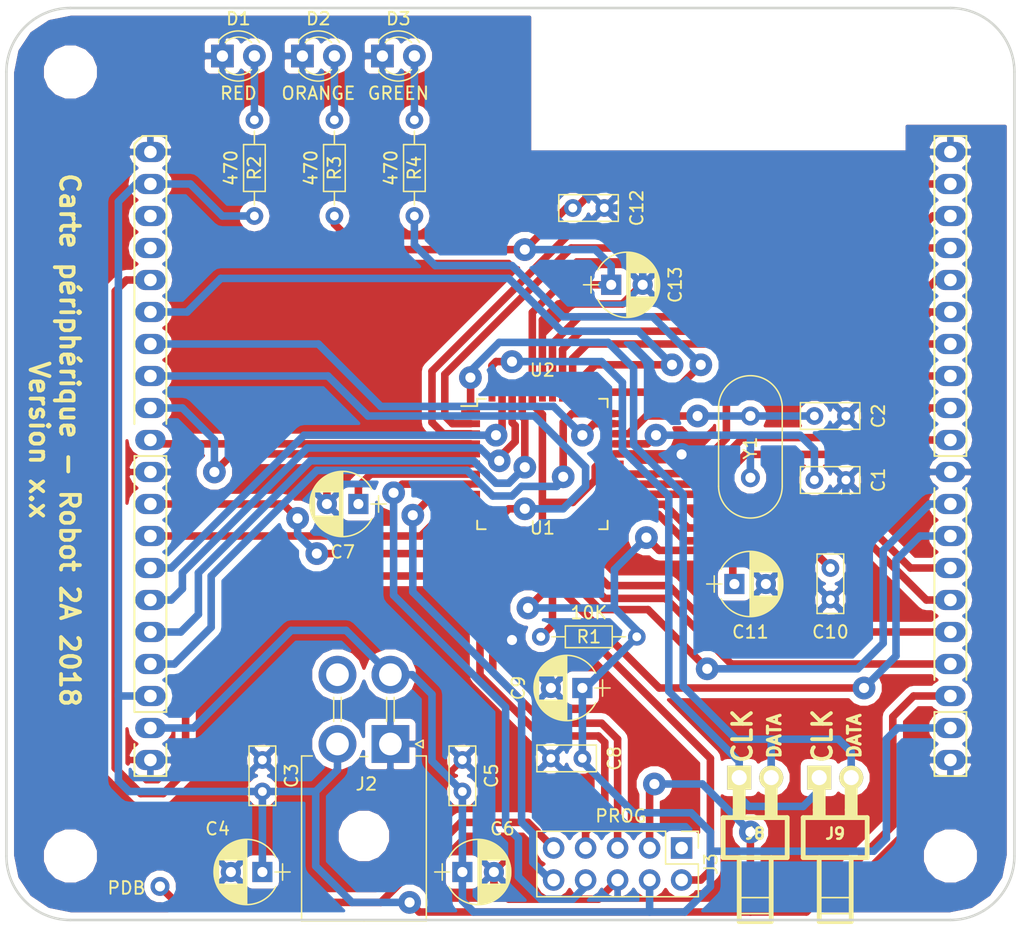
<source format=kicad_pcb>
(kicad_pcb (version 4) (host pcbnew 4.0.7)
  (title_block (title "Carte standard périphériques - Robot 2A année 2018") (rev vx.x) (company "Centrale Lyon") (comment 1 "Contcter G. CHARREAUX (chxguillaume@gmail.com)"))
  (layers (0 F.Cu signal) (31 B.Cu signal) (34 B.Paste user) (35 F.Paste user) (36 B.SilkS user) (37 F.SilkS user) (38 B.Mask user) (39 F.Mask user) (44 Edge.Cuts user))
  (net 0 "")
  (net 1 "Net-(C1-Pad1)")
  (net 2 GND)
  (net 3 "Net-(C2-Pad1)")
  (net 4 +5V)
  (net 5 +3V3)
  (net 6 "Net-(C7-Pad1)")
  (net 7 "Net-(D1-Pad2)")
  (net 8 "Net-(D2-Pad2)")
  (net 9 "Net-(D3-Pad2)")
  (net 10 /PDB)
  (net 11 /Mclr)
  (net 12 /DEBUG_TX)
  (net 13 /DEBUG_RX)
  (net 14 /PDT)
  (net 15 /PCK)
  (net 16 /I2C_CLK1)
  (net 17 /I2C_DATA1)
  (net 18 /RA4)
  (net 19 /RB6)
  (net 20 /RA0)
  (net 21 /RB7)
  (net 22 /RA1)
  (net 23 /RB12)
  (net 24 /RB13)
  (net 25 /RB4)
  (net 26 /RB5)
  (net 27 /RA7)
  (net 28 /RA8)
  (net 29 /RA9)
  (net 30 /RA10)
  (net 31 /RC0)
  (net 32 /RC1)
  (net 33 /RC2)
  (net 34 /RC3)
  (net 35 /RC4)
  (net 36 /RC5)
  (net 37 /RC6)
  (net 38 /RC7)
  (net 39 /RC8)
  (net 40 /RC9)
  (net 41 /RB1)
  (net 42 /RB0)
  (net 43 /RB2)
  (net 44 /RB3)
  (module Housings_QFP:TQFP-44_10x10mm_Pitch0.8mm (layer F.Cu) (at 78.105 59.69)
    (fp_text reference U2 (at 0 -7.45) (layer F.SilkS))
    (fp_text value PIC24FJ128GA104)
    (pad 1 smd rect (at -5.7 -4) (size 1.5 0.55) (layers F.Cu F.Paste F.Mask) (net 17 /I2C_DATA1))
    (pad 2 smd rect (at -5.7 -3.2) (size 1.5 0.55) (layers F.Cu F.Paste F.Mask) (net 37 /RC6))
    (pad 3 smd rect (at -5.7 -2.4) (size 1.5 0.55) (layers F.Cu F.Paste F.Mask) (net 38 /RC7))
    (pad 4 smd rect (at -5.7 -1.6) (size 1.5 0.55) (layers F.Cu F.Paste F.Mask) (net 39 /RC8))
    (pad 5 smd rect (at -5.7 -0.8) (size 1.5 0.55) (layers F.Cu F.Paste F.Mask) (net 40 /RC9))
    (pad 6 smd rect (at -5.7 0) (size 1.5 0.55) (layers F.Cu F.Paste F.Mask) (net 2 GND))
    (pad 7 smd rect (at -5.7 0.8) (size 1.5 0.55) (layers F.Cu F.Paste F.Mask) (net 6 "Net-(C7-Pad1)"))
    (pad 8 smd rect (at -5.7 1.6) (size 1.5 0.55) (layers F.Cu F.Paste F.Mask) (net 14 /PDT))
    (pad 9 smd rect (at -5.7 2.4) (size 1.5 0.55) (layers F.Cu F.Paste F.Mask) (net 15 /PCK))
    (pad 10 smd rect (at -5.7 3.2) (size 1.5 0.55) (layers F.Cu F.Paste F.Mask) (net 23 /RB12))
    (pad 11 smd rect (at -5.7 4) (size 1.5 0.55) (layers F.Cu F.Paste F.Mask) (net 24 /RB13))
    (pad 12 smd rect (at -4 5.7 90) (size 1.5 0.55) (layers F.Cu F.Paste F.Mask) (net 30 /RA10))
    (pad 13 smd rect (at -3.2 5.7 90) (size 1.5 0.55) (layers F.Cu F.Paste F.Mask) (net 27 /RA7))
    (pad 14 smd rect (at -2.4 5.7 90) (size 1.5 0.55) (layers F.Cu F.Paste F.Mask) (net 13 /DEBUG_RX))
    (pad 15 smd rect (at -1.6 5.7 90) (size 1.5 0.55) (layers F.Cu F.Paste F.Mask) (net 12 /DEBUG_TX))
    (pad 16 smd rect (at -0.8 5.7 90) (size 1.5 0.55) (layers F.Cu F.Paste F.Mask) (net 2 GND))
    (pad 17 smd rect (at 0 5.7 90) (size 1.5 0.55) (layers F.Cu F.Paste F.Mask) (net 5 +3V3))
    (pad 18 smd rect (at 0.8 5.7 90) (size 1.5 0.55) (layers F.Cu F.Paste F.Mask) (net 11 /Mclr))
    (pad 19 smd rect (at 1.6 5.7 90) (size 1.5 0.55) (layers F.Cu F.Paste F.Mask) (net 20 /RA0))
    (pad 20 smd rect (at 2.4 5.7 90) (size 1.5 0.55) (layers F.Cu F.Paste F.Mask) (net 22 /RA1))
    (pad 21 smd rect (at 3.2 5.7 90) (size 1.5 0.55) (layers F.Cu F.Paste F.Mask) (net 42 /RB0))
    (pad 22 smd rect (at 4 5.7 90) (size 1.5 0.55) (layers F.Cu F.Paste F.Mask) (net 41 /RB1))
    (pad 23 smd rect (at 5.7 4) (size 1.5 0.55) (layers F.Cu F.Paste F.Mask) (net 43 /RB2))
    (pad 24 smd rect (at 5.7 3.2) (size 1.5 0.55) (layers F.Cu F.Paste F.Mask) (net 44 /RB3))
    (pad 25 smd rect (at 5.7 2.4) (size 1.5 0.55) (layers F.Cu F.Paste F.Mask) (net 31 /RC0))
    (pad 26 smd rect (at 5.7 1.6) (size 1.5 0.55) (layers F.Cu F.Paste F.Mask) (net 32 /RC1))
    (pad 27 smd rect (at 5.7 0.8) (size 1.5 0.55) (layers F.Cu F.Paste F.Mask) (net 33 /RC2))
    (pad 28 smd rect (at 5.7 0) (size 1.5 0.55) (layers F.Cu F.Paste F.Mask) (net 5 +3V3))
    (pad 29 smd rect (at 5.7 -0.8) (size 1.5 0.55) (layers F.Cu F.Paste F.Mask) (net 2 GND))
    (pad 30 smd rect (at 5.7 -1.6) (size 1.5 0.55) (layers F.Cu F.Paste F.Mask) (net 1 "Net-(C1-Pad1)"))
    (pad 31 smd rect (at 5.7 -2.4) (size 1.5 0.55) (layers F.Cu F.Paste F.Mask) (net 3 "Net-(C2-Pad1)"))
    (pad 32 smd rect (at 5.7 -3.2) (size 1.5 0.55) (layers F.Cu F.Paste F.Mask) (net 28 /RA8))
    (pad 33 smd rect (at 5.7 -4) (size 1.5 0.55) (layers F.Cu F.Paste F.Mask) (net 25 /RB4))
    (pad 34 smd rect (at 4 -5.7 90) (size 1.5 0.55) (layers F.Cu F.Paste F.Mask) (net 18 /RA4))
    (pad 35 smd rect (at 3.2 -5.7 90) (size 1.5 0.55) (layers F.Cu F.Paste F.Mask) (net 29 /RA9))
    (pad 36 smd rect (at 2.4 -5.7 90) (size 1.5 0.55) (layers F.Cu F.Paste F.Mask) (net 34 /RC3))
    (pad 37 smd rect (at 1.6 -5.7 90) (size 1.5 0.55) (layers F.Cu F.Paste F.Mask) (net 35 /RC4))
    (pad 38 smd rect (at 0.8 -5.7 90) (size 1.5 0.55) (layers F.Cu F.Paste F.Mask) (net 36 /RC5))
    (pad 39 smd rect (at 0 -5.7 90) (size 1.5 0.55) (layers F.Cu F.Paste F.Mask) (net 2 GND))
    (pad 40 smd rect (at -0.8 -5.7 90) (size 1.5 0.55) (layers F.Cu F.Paste F.Mask) (net 5 +3V3))
    (pad 41 smd rect (at -1.6 -5.7 90) (size 1.5 0.55) (layers F.Cu F.Paste F.Mask) (net 26 /RB5))
    (pad 42 smd rect (at -2.4 -5.7 90) (size 1.5 0.55) (layers F.Cu F.Paste F.Mask) (net 19 /RB6))
    (pad 43 smd rect (at -3.2 -5.7 90) (size 1.5 0.55) (layers F.Cu F.Paste F.Mask) (net 21 /RB7))
    (pad 44 smd rect (at -4 -5.7 90) (size 1.5 0.55) (layers F.Cu F.Paste F.Mask) (net 16 /I2C_CLK1))
  )
  (module LEDs:LED_D3.0mm (layer F.Cu) (at 52.705 27.305)
    (fp_text reference D1 (at 1.27 -2.96) (layer F.SilkS))
    (fp_text value RED (at 1.27 2.96) (layer F.SilkS))
    (pad 1 thru_hole rect (at 0 0) (size 1.8 1.8) (drill 0.9) (layers *.Cu *.Mask) (net 2 GND))
    (pad 2 thru_hole circle (at 2.54 0) (size 1.8 1.8) (drill 0.9) (layers *.Cu *.Mask) (net 7 "Net-(D1-Pad2)"))
  )
  (module LEDs:LED_D3.0mm (layer F.Cu) (at 59.055 27.305)
    (fp_text reference D2 (at 1.27 -2.96) (layer F.SilkS))
    (fp_text value ORANGE (at 1.27 2.96) (layer F.SilkS))
    (pad 1 thru_hole rect (at 0 0) (size 1.8 1.8) (drill 0.9) (layers *.Cu *.Mask) (net 2 GND))
    (pad 2 thru_hole circle (at 2.54 0) (size 1.8 1.8) (drill 0.9) (layers *.Cu *.Mask) (net 8 "Net-(D2-Pad2)"))
  )
  (module LEDs:LED_D3.0mm (layer F.Cu) (at 65.405 27.305)
    (fp_text reference D3 (at 1.27 -2.96) (layer F.SilkS))
    (fp_text value GREEN (at 1.27 2.96) (layer F.SilkS))
    (pad 1 thru_hole rect (at 0 0) (size 1.8 1.8) (drill 0.9) (layers *.Cu *.Mask) (net 2 GND))
    (pad 2 thru_hole circle (at 2.54 0) (size 1.8 1.8) (drill 0.9) (layers *.Cu *.Mask) (net 9 "Net-(D3-Pad2)"))
  )
  (module Measurement_Points:Measurement_Point_Round-TH_Small (layer F.Cu) (at 47.752 93.218)
    (fp_text reference J1 hide)
    (fp_text value PDB (at -2.667 0.127) (layer F.SilkS))
    (pad 1 thru_hole circle (at 0 0) (size 1.5 1.5) (drill 0.8) (layers *.Cu *.Mask) (net 10 /PDB))
  )
  (module Connectors_Molex:Molex_MiniFit-JR-5569-04A2_2x02x4.20mm_Angled (layer F.Cu) (at 66.04 81.915 180)
    (fp_text reference J2 (at 1.905 -3.175 180) (layer F.SilkS))
    (fp_text value PWR_IN)
    (pad 1 thru_hole rect (at 0 0 180) (size 3 3) (drill 1.8) (layers *.Cu *.Mask) (net 2 GND))
    (pad 2 thru_hole circle (at 4.2 0 180) (size 3 3) (drill 1.8) (layers *.Cu *.Mask) (net 4 +5V))
    (pad 3 thru_hole circle (at 0 5.5 180) (size 3 3) (drill 1.8) (layers *.Cu *.Mask) (net 5 +3V3))
    (pad 4 thru_hole circle (at 4.2 5.5 180) (size 3 3) (drill 1.8) (layers *.Cu *.Mask))
    (pad "" np_thru_hole circle (at 2.1 -7.3 180) (size 3 3) (drill 3) (layers *.Cu *.Mask))
  )
  (module Pin_Headers:Pin_Header_Straight_2x05_Pitch2.54mm (layer F.Cu) (at 89.154 90.17 270)
    (fp_text reference J3 (at 1.27 -2.33 270) (layer F.SilkS))
    (fp_text value PROG (at -2.54 4.826 360) (layer F.SilkS))
    (pad 1 thru_hole rect (at 0 0 270) (size 1.7 1.7) (drill 1) (layers *.Cu *.Mask))
    (pad 2 thru_hole oval (at 2.54 0 270) (size 1.7 1.7) (drill 1) (layers *.Cu *.Mask) (net 11 /Mclr))
    (pad 3 thru_hole oval (at 0 2.54 270) (size 1.7 1.7) (drill 1) (layers *.Cu *.Mask) (net 4 +5V))
    (pad 4 thru_hole oval (at 2.54 2.54 270) (size 1.7 1.7) (drill 1) (layers *.Cu *.Mask) (net 5 +3V3))
    (pad 5 thru_hole oval (at 0 5.08 270) (size 1.7 1.7) (drill 1) (layers *.Cu *.Mask) (net 12 /DEBUG_TX))
    (pad 6 thru_hole oval (at 2.54 5.08 270) (size 1.7 1.7) (drill 1) (layers *.Cu *.Mask) (net 2 GND))
    (pad 7 thru_hole oval (at 0 7.62 270) (size 1.7 1.7) (drill 1) (layers *.Cu *.Mask) (net 13 /DEBUG_RX))
    (pad 8 thru_hole oval (at 2.54 7.62 270) (size 1.7 1.7) (drill 1) (layers *.Cu *.Mask) (net 14 /PDT))
    (pad 9 thru_hole oval (at 0 10.16 270) (size 1.7 1.7) (drill 1) (layers *.Cu *.Mask) (net 10 /PDB))
    (pad 10 thru_hole oval (at 2.54 10.16 270) (size 1.7 1.7) (drill 1) (layers *.Cu *.Mask) (net 15 /PCK))
  )
  (module Resistors_THT:R_Axial_DIN0204_L3.6mm_D1.6mm_P7.62mm_Horizontal (layer F.Cu) (at 77.978 73.406)
    (fp_text reference R1 (at 3.81 0) (layer F.SilkS))
    (fp_text value 10K (at 3.81 -1.905) (layer F.SilkS))
    (pad 1 thru_hole circle (at 0 0) (size 1.4 1.4) (drill 0.7) (layers *.Cu *.Mask) (net 11 /Mclr))
    (pad 2 thru_hole oval (at 7.62 0) (size 1.4 1.4) (drill 0.7) (layers *.Cu *.Mask) (net 5 +3V3))
  )
  (module Resistors_THT:R_Axial_DIN0204_L3.6mm_D1.6mm_P7.62mm_Horizontal (layer F.Cu) (at 55.245 32.385 270)
    (fp_text reference R2 (at 3.81 0 270) (layer F.SilkS))
    (fp_text value 470 (at 3.81 1.86 270) (layer F.SilkS))
    (pad 1 thru_hole circle (at 0 0 270) (size 1.4 1.4) (drill 0.7) (layers *.Cu *.Mask) (net 7 "Net-(D1-Pad2)"))
    (pad 2 thru_hole oval (at 7.62 0 270) (size 1.4 1.4) (drill 0.7) (layers *.Cu *.Mask) (net 4 +5V))
  )
  (module Resistors_THT:R_Axial_DIN0204_L3.6mm_D1.6mm_P7.62mm_Horizontal (layer F.Cu) (at 61.595 32.385 270)
    (fp_text reference R3 (at 3.81 0 270) (layer F.SilkS))
    (fp_text value 470 (at 3.81 1.86 270) (layer F.SilkS))
    (pad 1 thru_hole circle (at 0 0 270) (size 1.4 1.4) (drill 0.7) (layers *.Cu *.Mask) (net 8 "Net-(D2-Pad2)"))
    (pad 2 thru_hole oval (at 7.62 0 270) (size 1.4 1.4) (drill 0.7) (layers *.Cu *.Mask) (net 5 +3V3))
  )
  (module Resistors_THT:R_Axial_DIN0204_L3.6mm_D1.6mm_P7.62mm_Horizontal (layer F.Cu) (at 67.945 32.385 270)
    (fp_text reference R4 (at 3.81 0 270) (layer F.SilkS))
    (fp_text value 470 (at 3.81 1.86 270) (layer F.SilkS))
    (pad 1 thru_hole circle (at 0 0 270) (size 1.4 1.4) (drill 0.7) (layers *.Cu *.Mask) (net 9 "Net-(D3-Pad2)"))
    (pad 2 thru_hole oval (at 7.62 0 270) (size 1.4 1.4) (drill 0.7) (layers *.Cu *.Mask) (net 18 /RA4))
  )
  (module Crystals:Crystal_HC18-U_Vertical (layer F.Cu) (at 94.615 55.88 270)
    (fp_text reference Y1 (at 2.54 0 450) (layer F.SilkS))
    (fp_text value 10MHz)
    (pad 1 thru_hole circle (at 0 0 270) (size 1.5 1.5) (drill 0.8) (layers *.Cu *.Mask) (net 3 "Net-(C2-Pad1)"))
    (pad 2 thru_hole circle (at 4.9 0 270) (size 1.5 1.5) (drill 0.8) (layers *.Cu *.Mask) (net 1 "Net-(C1-Pad1)"))
  )
  (module Capacitors_THT:C_Rect_L4.6mm_W2.0mm_P2.50mm_MKS02_FKP02 (layer F.Cu) (at 99.695 60.96)
    (fp_text reference C1 (at 5.08 0 90) (layer F.SilkS))
    (fp_text value 17p)
    (pad 1 thru_hole circle (at 0 0) (size 1.4 1.4) (drill 0.7) (layers *.Cu *.Mask) (net 1 "Net-(C1-Pad1)"))
    (pad 2 thru_hole circle (at 2.5 0) (size 1.4 1.4) (drill 0.7) (layers *.Cu *.Mask) (net 2 GND))
  )
  (module Capacitors_THT:C_Rect_L4.6mm_W2.0mm_P2.50mm_MKS02_FKP02 (layer F.Cu) (at 99.695 55.88)
    (fp_text reference C2 (at 5.08 0 90) (layer F.SilkS))
    (fp_text value 17p)
    (pad 1 thru_hole circle (at 0 0) (size 1.4 1.4) (drill 0.7) (layers *.Cu *.Mask) (net 3 "Net-(C2-Pad1)"))
    (pad 2 thru_hole circle (at 2.5 0) (size 1.4 1.4) (drill 0.7) (layers *.Cu *.Mask) (net 2 GND))
  )
  (module Capacitors_THT:C_Rect_L4.6mm_W2.0mm_P2.50mm_MKS02_FKP02 (layer F.Cu) (at 55.88 83.185 270)
    (fp_text reference C3 (at 1.25 -2.31 270) (layer F.SilkS))
    (fp_text value 100n)
    (pad 1 thru_hole circle (at 0 0 270) (size 1.4 1.4) (drill 0.7) (layers *.Cu *.Mask) (net 2 GND))
    (pad 2 thru_hole circle (at 2.5 0 270) (size 1.4 1.4) (drill 0.7) (layers *.Cu *.Mask) (net 4 +5V))
  )
  (module Capacitors_THT:CP_Radial_D5.0mm_P2.50mm (layer F.Cu) (at 55.88 92.075 180)
    (fp_text reference C4 (at 3.556 3.429 180) (layer F.SilkS))
    (fp_text value 100u)
    (pad 1 thru_hole rect (at 0 0 180) (size 1.6 1.6) (drill 0.8) (layers *.Cu *.Mask) (net 4 +5V))
    (pad 2 thru_hole circle (at 2.5 0 180) (size 1.6 1.6) (drill 0.8) (layers *.Cu *.Mask) (net 2 GND))
  )
  (module Capacitors_THT:C_Rect_L4.6mm_W2.0mm_P2.50mm_MKS02_FKP02 (layer F.Cu) (at 71.755 83.185 270)
    (fp_text reference C5 (at 1.25 -2.31 270) (layer F.SilkS))
    (fp_text value 100n)
    (pad 1 thru_hole circle (at 0 0 270) (size 1.4 1.4) (drill 0.7) (layers *.Cu *.Mask) (net 2 GND))
    (pad 2 thru_hole circle (at 2.5 0 270) (size 1.4 1.4) (drill 0.7) (layers *.Cu *.Mask) (net 5 +3V3))
  )
  (module Capacitors_THT:CP_Radial_D5.0mm_P2.50mm (layer F.Cu) (at 71.755 92.075)
    (fp_text reference C6 (at 3.175 -3.429) (layer F.SilkS))
    (fp_text value 100u)
    (pad 1 thru_hole rect (at 0 0) (size 1.6 1.6) (drill 0.8) (layers *.Cu *.Mask) (net 5 +3V3))
    (pad 2 thru_hole circle (at 2.5 0) (size 1.6 1.6) (drill 0.8) (layers *.Cu *.Mask) (net 2 GND))
  )
  (module Capacitors_THT:CP_Radial_D5.0mm_P2.50mm (layer F.Cu) (at 63.5 62.865 180)
    (fp_text reference C7 (at 1.25 -3.81 180) (layer F.SilkS))
    (fp_text value 10u)
    (pad 1 thru_hole rect (at 0 0 180) (size 1.6 1.6) (drill 0.8) (layers *.Cu *.Mask) (net 6 "Net-(C7-Pad1)"))
    (pad 2 thru_hole circle (at 2.5 0 180) (size 1.6 1.6) (drill 0.8) (layers *.Cu *.Mask) (net 2 GND))
  )
  (module Capacitors_THT:C_Rect_L4.6mm_W2.0mm_P2.50mm_MKS02_FKP02 (layer F.Cu) (at 81.28 83.058 180)
    (fp_text reference C8 (at -2.54 0 270) (layer F.SilkS))
    (fp_text value 100n)
    (pad 1 thru_hole circle (at 0 0 180) (size 1.4 1.4) (drill 0.7) (layers *.Cu *.Mask) (net 5 +3V3))
    (pad 2 thru_hole circle (at 2.5 0 180) (size 1.4 1.4) (drill 0.7) (layers *.Cu *.Mask) (net 2 GND))
  )
  (module Capacitors_THT:CP_Radial_D5.0mm_P2.50mm (layer F.Cu) (at 81.28 77.47 180)
    (fp_text reference C9 (at 5.08 0 270) (layer F.SilkS))
    (fp_text value 1u)
    (pad 1 thru_hole rect (at 0 0 180) (size 1.6 1.6) (drill 0.8) (layers *.Cu *.Mask) (net 5 +3V3))
    (pad 2 thru_hole circle (at 2.5 0 180) (size 1.6 1.6) (drill 0.8) (layers *.Cu *.Mask) (net 2 GND))
  )
  (module Capacitors_THT:C_Rect_L4.6mm_W2.0mm_P2.50mm_MKS02_FKP02 (layer F.Cu) (at 100.965 67.945 270)
    (fp_text reference C10 (at 5.08 0 360) (layer F.SilkS))
    (fp_text value 100n)
    (pad 1 thru_hole circle (at 0 0 270) (size 1.4 1.4) (drill 0.7) (layers *.Cu *.Mask) (net 5 +3V3))
    (pad 2 thru_hole circle (at 2.5 0 270) (size 1.4 1.4) (drill 0.7) (layers *.Cu *.Mask) (net 2 GND))
  )
  (module Capacitors_THT:CP_Radial_D5.0mm_P2.50mm (layer F.Cu) (at 93.345 69.215)
    (fp_text reference C11 (at 1.27 3.81 180) (layer F.SilkS))
    (fp_text value 1u)
    (pad 1 thru_hole rect (at 0 0) (size 1.6 1.6) (drill 0.8) (layers *.Cu *.Mask) (net 5 +3V3))
    (pad 2 thru_hole circle (at 2.5 0) (size 1.6 1.6) (drill 0.8) (layers *.Cu *.Mask) (net 2 GND))
  )
  (module Capacitors_THT:C_Rect_L4.6mm_W2.0mm_P2.50mm_MKS02_FKP02 (layer F.Cu) (at 80.518 39.37)
    (fp_text reference C12 (at 5.08 0 90) (layer F.SilkS))
    (fp_text value 100n)
    (pad 1 thru_hole circle (at 0 0) (size 1.4 1.4) (drill 0.7) (layers *.Cu *.Mask) (net 5 +3V3))
    (pad 2 thru_hole circle (at 2.5 0) (size 1.4 1.4) (drill 0.7) (layers *.Cu *.Mask) (net 2 GND))
  )
  (module Capacitors_THT:CP_Radial_D5.0mm_P2.50mm (layer F.Cu) (at 83.566 45.466)
    (fp_text reference C13 (at 5.08 0 90) (layer F.SilkS))
    (fp_text value 1u)
    (pad 1 thru_hole rect (at 0 0) (size 1.6 1.6) (drill 0.8) (layers *.Cu *.Mask) (net 5 +3V3))
    (pad 2 thru_hole circle (at 2.5 0) (size 1.6 1.6) (drill 0.8) (layers *.Cu *.Mask) (net 2 GND))
  )
  (module conn_periph:conn_periph (layer F.Cu) (at 46.99 83.185)
    (fp_text reference U1 (at 31.115 -18.415 180) (layer F.SilkS))
    (fp_text value Conn_periph)
    (pad "" np_thru_hole circle (at -6.35 -54.61) (size 3.2 3.2) (drill 3.2) (layers *.Cu *.Mask))
    (pad "" np_thru_hole circle (at -6.35 7.62) (size 3.2 3.2) (drill 3.2) (layers *.Cu *.Mask))
    (pad "" np_thru_hole circle (at 63.5 7.62) (size 3.2 3.2) (drill 3.2) (layers *.Cu *.Mask))
    (pad B1 thru_hole oval (at 63.5 -10.16) (size 2.4 1.6) (drill 1) (layers *.Cu *.Mask) (net 41 /RB1))
    (pad B0 thru_hole oval (at 63.5 -7.62) (size 2.4 1.6) (drill 1) (layers *.Cu *.Mask) (net 42 /RB0))
    (pad V51 thru_hole oval (at 63.5 -5.08) (size 2.4 1.6) (drill 1) (layers *.Cu *.Mask) (net 4 +5V))
    (pad V31 thru_hole oval (at 63.5 -2.54) (size 2.4 1.6) (drill 1) (layers *.Cu *.Mask) (net 5 +3V3))
    (pad G1 thru_hole oval (at 63.5 0) (size 2.4 1.6) (drill 1) (layers *.Cu *.Mask) (net 2 GND))
    (pad B2 thru_hole oval (at 63.5 -12.7) (size 2.4 1.6) (drill 1) (layers *.Cu *.Mask) (net 43 /RB2))
    (pad B3 thru_hole oval (at 63.5 -15.24) (size 2.4 1.6) (drill 1) (layers *.Cu *.Mask) (net 44 /RB3))
    (pad A0 thru_hole oval (at 63.5 -17.78) (size 2.4 1.6) (drill 1) (layers *.Cu *.Mask) (net 20 /RA0))
    (pad A1 thru_hole oval (at 63.5 -20.32) (size 2.4 1.6) (drill 1) (layers *.Cu *.Mask) (net 22 /RA1))
    (pad G2 thru_hole oval (at 63.5 -22.86) (size 2.4 1.6) (drill 1) (layers *.Cu *.Mask) (net 2 GND))
    (pad G3 thru_hole oval (at 63.5 -48.26) (size 2.4 1.6) (drill 1) (layers *.Cu *.Mask) (net 2 GND))
    (pad V32 thru_hole oval (at 63.5 -45.72) (size 2.4 1.6) (drill 1) (layers *.Cu *.Mask) (net 5 +3V3))
    (pad C7 thru_hole oval (at 63.5 -43.18) (size 2.4 1.6) (drill 1) (layers *.Cu *.Mask) (net 38 /RC7))
    (pad C6 thru_hole oval (at 63.5 -40.64) (size 2.4 1.6) (drill 1) (layers *.Cu *.Mask) (net 37 /RC6))
    (pad C5 thru_hole oval (at 63.5 -38.1) (size 2.4 1.6) (drill 1) (layers *.Cu *.Mask) (net 36 /RC5))
    (pad C0 thru_hole oval (at 63.5 -25.4) (size 2.4 1.6) (drill 1) (layers *.Cu *.Mask) (net 31 /RC0))
    (pad C1 thru_hole oval (at 63.5 -27.94) (size 2.4 1.6) (drill 1) (layers *.Cu *.Mask) (net 32 /RC1))
    (pad C2 thru_hole oval (at 63.5 -30.48) (size 2.4 1.6) (drill 1) (layers *.Cu *.Mask) (net 33 /RC2))
    (pad C3 thru_hole oval (at 63.5 -33.02) (size 2.4 1.6) (drill 1) (layers *.Cu *.Mask) (net 34 /RC3))
    (pad C4 thru_hole oval (at 63.5 -35.56) (size 2.4 1.6) (drill 1) (layers *.Cu *.Mask) (net 35 /RC4))
    (pad A9 thru_hole oval (at 0 -35.56) (size 2.4 1.6) (drill 1) (layers *.Cu *.Mask) (net 29 /RA9))
    (pad A8 thru_hole oval (at 0 -33.02) (size 2.4 1.6) (drill 1) (layers *.Cu *.Mask) (net 28 /RA8))
    (pad A7 thru_hole oval (at 0 -30.48) (size 2.4 1.6) (drill 1) (layers *.Cu *.Mask) (net 27 /RA7))
    (pad C9 thru_hole oval (at 0 -27.94) (size 2.4 1.6) (drill 1) (layers *.Cu *.Mask) (net 40 /RC9))
    (pad C8 thru_hole oval (at 0 -25.4) (size 2.4 1.6) (drill 1) (layers *.Cu *.Mask) (net 39 /RC8))
    (pad A10 thru_hole oval (at 0 -38.1) (size 2.4 1.6) (drill 1) (layers *.Cu *.Mask) (net 30 /RA10))
    (pad V34 thru_hole oval (at 0 -40.64) (size 2.4 1.6) (drill 1) (layers *.Cu *.Mask))
    (pad L1 thru_hole oval (at 0 -43.18) (size 2.4 1.6) (drill 1) (layers *.Cu *.Mask))
    (pad V53 thru_hole oval (at 0 -45.72) (size 2.4 1.6) (drill 1) (layers *.Cu *.Mask) (net 4 +5V))
    (pad G6 thru_hole oval (at 0 -48.26) (size 2.4 1.6) (drill 1) (layers *.Cu *.Mask) (net 2 GND))
    (pad G5 thru_hole oval (at 0 -22.86) (size 2.4 1.6) (drill 1) (layers *.Cu *.Mask) (net 2 GND))
    (pad B13 thru_hole oval (at 0 -20.32) (size 2.4 1.6) (drill 1) (layers *.Cu *.Mask) (net 24 /RB13))
    (pad B12 thru_hole oval (at 0 -17.78) (size 2.4 1.6) (drill 1) (layers *.Cu *.Mask) (net 23 /RB12))
    (pad B7 thru_hole oval (at 0 -15.24) (size 2.4 1.6) (drill 1) (layers *.Cu *.Mask) (net 21 /RB7))
    (pad B6 thru_hole oval (at 0 -12.7) (size 2.4 1.6) (drill 1) (layers *.Cu *.Mask) (net 19 /RB6))
    (pad G4 thru_hole oval (at 0 0) (size 2.4 1.6) (drill 1) (layers *.Cu *.Mask) (net 2 GND))
    (pad V33 thru_hole oval (at 0 -2.54) (size 2.4 1.6) (drill 1) (layers *.Cu *.Mask) (net 5 +3V3))
    (pad V52 thru_hole oval (at 0 -5.08) (size 2.4 1.6) (drill 1) (layers *.Cu *.Mask) (net 4 +5V))
    (pad B4 thru_hole oval (at 0 -7.62) (size 2.4 1.6) (drill 1) (layers *.Cu *.Mask) (net 25 /RB4))
    (pad B5 thru_hole oval (at 0 -10.16) (size 2.4 1.6) (drill 1) (layers *.Cu *.Mask) (net 26 /RB5))
    (pad "" np_thru_hole circle (at 63.5 -54.61) (size 3.2 3.2) (drill 3.2) (layers *.Cu *.Mask))
  )
  (module EPSA_KK2C:KK_2C (layer F.Cu) (at 94.996 84.582)
    (fp_text reference J8 (at 0 4.445) (layer F.SilkS) (effects (font (size 0.889 0.889) (thickness 0.2032))))
    (fp_text value I2C hide)
    (pad 1 thru_hole rect (at -1.27 0) (size 1.905 1.905) (drill 1.2) (layers *.Cu *.Mask F.SilkS) (net 16 /I2C_CLK1))
    (pad 2 thru_hole circle (at 1.27 0) (size 1.905 1.905) (drill 1.2) (layers *.Cu *.Mask F.SilkS) (net 17 /I2C_DATA1))
  )
  (module EPSA_KK2C:KK_2C (layer F.Cu) (at 101.346 84.582)
    (fp_text reference J9 (at 0 4.445) (layer F.SilkS) (effects (font (size 0.889 0.889) (thickness 0.2032))))
    (fp_text value I2C hide)
    (pad 1 thru_hole rect (at -1.27 0) (size 1.905 1.905) (drill 1.2) (layers *.Cu *.Mask F.SilkS) (net 16 /I2C_CLK1))
    (pad 2 thru_hole circle (at 1.27 0) (size 1.905 1.905) (drill 1.2) (layers *.Cu *.Mask F.SilkS) (net 17 /I2C_DATA1))
  )
  (gr_text DATA (at 96.52 81.28 90) (layer F.SilkS) (effects (font (size 1 1) (thickness 0.25))))
  (gr_text DATA (at 102.87 81.28 90) (layer F.SilkS) (effects (font (size 1 1) (thickness 0.25))))
  (gr_text CLK (at 100.33 81.28 90) (layer F.SilkS) (effects (font (size 1.5 1.5) (thickness 0.3))))
  (gr_text CLK (at 93.98 81.28 90) (layer F.SilkS) (effects (font (size 1.5 1.5) (thickness 0.3))))
  (gr_line (start 40.64 23.495) (end 110.49 23.495) (angle 90) (layer Edge.Cuts) (width 0.2))
  (gr_line (start 35.56 90.805) (end 35.56 28.575) (angle 90) (layer Edge.Cuts) (width 0.2))
  (gr_line (start 40.64 95.885) (end 110.49 95.885) (angle 90) (layer Edge.Cuts) (width 0.2))
  (gr_line (start 115.57 28.575) (end 115.57 90.805) (angle 90) (layer Edge.Cuts) (width 0.2))
  (gr_arc (start 110.49 90.805) (end 115.57 90.805) (angle 90) (layer Edge.Cuts) (width 0.2))
  (gr_arc (start 40.64 90.805) (end 40.64 95.885) (angle 90) (layer Edge.Cuts) (width 0.2))
  (gr_arc (start 40.64 28.575) (end 35.56 28.575) (angle 90) (layer Edge.Cuts) (width 0.2))
  (gr_arc (start 110.49 28.575) (end 110.49 23.495) (angle 90) (layer Edge.Cuts) (width 0.2))
  (gr_text "Carte périphérique - Robot 2A 2018\nVersion x.x" (at 39.37 57.785 270) (layer F.SilkS) (effects (font (size 1.5 1.5) (thickness 0.3))))
  (segment (start 94.615 60.78) (end 94.615 57.404) (width 0.6) (layer B.Cu) (net 1))
  (segment (start 94.742 57.531) (end 94.742 57.404) (width 0.6) (layer B.Cu) (net 1))
  (segment (start 94.615 57.404) (end 94.742 57.531) (width 0.6) (layer B.Cu) (net 1))
  (segment (start 94.742 57.404) (end 98.552 57.404) (width 0.6) (layer B.Cu) (net 1))
  (segment (start 98.552 57.404) (end 99.695 58.547) (width 0.6) (layer B.Cu) (net 1))
  (segment (start 99.695 58.547) (end 99.695 60.96) (width 0.6) (layer B.Cu) (net 1))
  (segment (start 83.805 58.09) (end 86.436 58.09) (width 0.6) (layer F.Cu) (net 1))
  (segment (start 87.122 57.404) (end 94.742 57.404) (width 0.6) (layer B.Cu) (net 1))
  (via (at 87.122 57.404) (size 1.8) (drill 0.8) (layers F.Cu B.Cu) (net 1))
  (segment (start 86.436 58.09) (end 87.122 57.404) (width 0.6) (layer F.Cu) (net 1))
  (segment (start 99.515 60.78) (end 99.695 60.96) (width 0.6) (layer B.Cu) (net 1))
  (segment (start 86.066 45.466) (end 85.979 45.466) (width 0.6) (layer F.Cu) (net 2))
  (segment (start 85.979 45.466) (end 84.455 46.99) (width 0.6) (layer F.Cu) (net 2))
  (segment (start 78.105 53.99) (end 78.105 48.26) (width 0.6) (layer F.Cu) (net 2))
  (segment (start 79.375 46.99) (end 78.105 48.26) (width 0.6) (layer F.Cu) (net 2))
  (segment (start 84.455 46.99) (end 79.375 46.99) (width 0.6) (layer F.Cu) (net 2))
  (segment (start 102.195 60.96) (end 102.195 62.397) (width 0.6) (layer B.Cu) (net 2))
  (segment (start 101.854 62.738) (end 92.964 62.738) (width 0.6) (layer B.Cu) (net 2))
  (segment (start 102.195 62.397) (end 101.854 62.738) (width 0.6) (layer B.Cu) (net 2))
  (segment (start 83.018 39.37) (end 84.582 39.37) (width 0.6) (layer B.Cu) (net 2))
  (segment (start 86.066 40.854) (end 86.066 45.466) (width 0.6) (layer B.Cu) (net 2))
  (segment (start 84.582 39.37) (end 86.066 40.854) (width 0.6) (layer B.Cu) (net 2))
  (segment (start 83.805 58.89) (end 89.116 58.89) (width 0.6) (layer F.Cu) (net 2))
  (segment (start 89.116 58.89) (end 89.154 58.928) (width 0.6) (layer F.Cu) (net 2))
  (via (at 89.154 58.928) (size 1.8) (drill 0.8) (layers F.Cu B.Cu) (net 2))
  (segment (start 89.154 58.928) (end 92.964 62.738) (width 0.6) (layer B.Cu) (net 2))
  (segment (start 72.405 59.69) (end 62.23 59.69) (width 0.6) (layer F.Cu) (net 2))
  (segment (start 61 60.92) (end 61 62.865) (width 0.6) (layer F.Cu) (net 2))
  (segment (start 62.23 59.69) (end 61 60.92) (width 0.6) (layer F.Cu) (net 2))
  (segment (start 74.255 92.075) (end 74.255 93.051) (width 0.6) (layer F.Cu) (net 2))
  (segment (start 82.55 94.234) (end 84.074 92.71) (width 0.6) (layer F.Cu) (net 2))
  (segment (start 75.438 94.234) (end 82.55 94.234) (width 0.6) (layer F.Cu) (net 2))
  (segment (start 74.255 93.051) (end 75.438 94.234) (width 0.6) (layer F.Cu) (net 2))
  (segment (start 78.78 76.748) (end 78.78 77.47) (width 0.6) (layer B.Cu) (net 2))
  (segment (start 77.305 65.39) (end 77.305 68.237) (width 0.6) (layer F.Cu) (net 2))
  (segment (start 75.692 73.66) (end 75.692 73.152) (width 0.6) (layer F.Cu) (net 2))
  (segment (start 75.692 73.152) (end 75.184 72.644) (width 0.6) (layer F.Cu) (net 2))
  (segment (start 75.692 73.66) (end 78.78 76.748) (width 0.6) (layer B.Cu) (net 2))
  (via (at 75.692 73.66) (size 1.8) (drill 0.8) (layers F.Cu B.Cu) (net 2))
  (segment (start 75.184 70.358) (end 77.305 68.237) (width 0.6) (layer F.Cu) (net 2))
  (segment (start 75.184 72.644) (end 75.184 70.358) (width 0.6) (layer F.Cu) (net 2))
  (segment (start 83.805 57.29) (end 84.95 57.29) (width 0.6) (layer F.Cu) (net 3))
  (segment (start 86.36 55.88) (end 90.424 55.88) (width 0.6) (layer F.Cu) (net 3))
  (segment (start 84.95 57.29) (end 86.36 55.88) (width 0.6) (layer F.Cu) (net 3))
  (segment (start 90.424 55.88) (end 94.615 55.88) (width 0.6) (layer B.Cu) (net 3))
  (via (at 90.424 55.88) (size 1.8) (drill 0.8) (layers F.Cu B.Cu) (net 3))
  (segment (start 94.615 55.88) (end 99.695 55.88) (width 0.6) (layer B.Cu) (net 3))
  (segment (start 94.615 95.25) (end 94.615 88.9) (width 0.6) (layer F.Cu) (net 4))
  (segment (start 86.614 85.471) (end 86.614 90.17) (width 0.6) (layer F.Cu) (net 4))
  (segment (start 86.995 85.09) (end 86.614 85.471) (width 0.6) (layer F.Cu) (net 4))
  (via (at 86.995 85.09) (size 1.8) (drill 0.8) (layers F.Cu B.Cu) (net 4))
  (segment (start 90.805 85.09) (end 86.995 85.09) (width 0.6) (layer B.Cu) (net 4))
  (segment (start 94.615 88.9) (end 90.805 85.09) (width 0.6) (layer B.Cu) (net 4))
  (via (at 94.615 88.9) (size 1.8) (drill 0.8) (layers F.Cu B.Cu) (net 4))
  (segment (start 46.99 78.105) (end 44.45 78.105) (width 0.6) (layer B.Cu) (net 4))
  (segment (start 44.45 78.105) (end 44.45 77.978) (width 0.6) (layer B.Cu) (net 4))
  (segment (start 44.45 84.836) (end 44.45 77.978) (width 0.6) (layer B.Cu) (net 4))
  (segment (start 44.45 77.978) (end 44.45 38.862) (width 0.6) (layer B.Cu) (net 4))
  (segment (start 44.45 38.862) (end 45.847 37.465) (width 0.6) (layer B.Cu) (net 4))
  (segment (start 45.847 37.465) (end 46.99 37.465) (width 0.6) (layer B.Cu) (net 4))
  (segment (start 68.326 95.25) (end 94.615 95.25) (width 0.6) (layer F.Cu) (net 4))
  (segment (start 94.615 95.25) (end 99.06 95.25) (width 0.6) (layer F.Cu) (net 4))
  (segment (start 60.111 91.607) (end 62.992 94.488) (width 0.6) (layer B.Cu) (net 4))
  (segment (start 62.992 94.488) (end 67.564 94.488) (width 0.6) (layer B.Cu) (net 4))
  (via (at 67.564 94.488) (size 1.8) (drill 0.8) (layers F.Cu B.Cu) (net 4))
  (segment (start 67.564 94.488) (end 68.326 95.25) (width 0.6) (layer F.Cu) (net 4))
  (segment (start 60.111 85.685) (end 60.111 91.607) (width 0.6) (layer B.Cu) (net 4))
  (segment (start 107.569 78.105) (end 110.49 78.105) (width 0.6) (layer F.Cu) (net 4))
  (segment (start 105.918 79.756) (end 107.569 78.105) (width 0.6) (layer F.Cu) (net 4))
  (segment (start 105.918 88.392) (end 105.918 79.756) (width 0.6) (layer F.Cu) (net 4))
  (segment (start 99.06 95.25) (end 105.918 88.392) (width 0.6) (layer F.Cu) (net 4))
  (segment (start 45.299 85.685) (end 55.88 85.685) (width 0.6) (layer B.Cu) (net 4))
  (segment (start 44.45 84.836) (end 45.299 85.685) (width 0.6) (layer B.Cu) (net 4))
  (segment (start 55.88 85.685) (end 55.88 92.075) (width 0.6) (layer B.Cu) (net 4))
  (segment (start 55.88 85.685) (end 60.111 85.685) (width 0.6) (layer B.Cu) (net 4))
  (segment (start 61.84 83.956) (end 61.84 81.915) (width 0.6) (layer B.Cu) (net 4))
  (segment (start 60.111 85.685) (end 61.84 83.956) (width 0.6) (layer B.Cu) (net 4))
  (segment (start 55.245 40.005) (end 52.705 40.005) (width 0.6) (layer B.Cu) (net 4))
  (segment (start 52.705 40.005) (end 50.165 37.465) (width 0.6) (layer B.Cu) (net 4))
  (segment (start 50.165 37.465) (end 46.99 37.465) (width 0.6) (layer B.Cu) (net 4))
  (segment (start 61.595 40.005) (end 61.595 40.64) (width 0.6) (layer F.Cu) (net 5))
  (segment (start 61.595 40.64) (end 63.627 42.672) (width 0.6) (layer F.Cu) (net 5))
  (segment (start 63.627 42.672) (end 76.708 42.672) (width 0.6) (layer F.Cu) (net 5))
  (segment (start 61.722 40.132) (end 61.595 40.005) (width 0.6) (layer F.Cu) (net 5))
  (segment (start 93.218 66.548) (end 93.218 69.088) (width 0.6) (layer F.Cu) (net 5))
  (segment (start 93.218 69.088) (end 93.345 69.215) (width 0.6) (layer F.Cu) (net 5))
  (segment (start 99.568 66.548) (end 93.218 66.548) (width 0.6) (layer F.Cu) (net 5))
  (segment (start 93.218 66.548) (end 87.376 66.548) (width 0.6) (layer F.Cu) (net 5))
  (segment (start 80.518 39.37) (end 80.01 39.37) (width 0.6) (layer F.Cu) (net 5))
  (segment (start 80.01 39.37) (end 76.708 42.672) (width 0.6) (layer F.Cu) (net 5))
  (segment (start 80.518 39.37) (end 80.772 39.37) (width 0.6) (layer F.Cu) (net 5))
  (segment (start 80.772 39.37) (end 82.677 37.465) (width 0.6) (layer F.Cu) (net 5))
  (segment (start 110.49 37.465) (end 82.677 37.465) (width 0.6) (layer F.Cu) (net 5))
  (segment (start 76.708 42.672) (end 82.296 42.672) (width 0.6) (layer B.Cu) (net 5))
  (via (at 76.708 42.672) (size 1.8) (drill 0.8) (layers F.Cu B.Cu) (net 5))
  (segment (start 82.296 42.672) (end 83.566 43.942) (width 0.6) (layer B.Cu) (net 5))
  (segment (start 83.566 43.942) (end 83.566 45.466) (width 0.6) (layer B.Cu) (net 5))
  (segment (start 83.566 45.466) (end 79.502 45.466) (width 0.6) (layer F.Cu) (net 5))
  (segment (start 77.305 53.99) (end 77.305 47.663) (width 0.6) (layer F.Cu) (net 5))
  (segment (start 77.305 47.663) (end 79.502 45.466) (width 0.6) (layer F.Cu) (net 5))
  (segment (start 78.105 62.738) (end 80.518 62.738) (width 0.6) (layer F.Cu) (net 5))
  (segment (start 80.518 62.738) (end 82.296 60.96) (width 0.6) (layer F.Cu) (net 5))
  (segment (start 78.105 62.738) (end 78.105 55.753) (width 0.6) (layer F.Cu) (net 5))
  (segment (start 78.105 55.753) (end 77.305 54.953) (width 0.6) (layer F.Cu) (net 5))
  (segment (start 82.55 59.69) (end 83.805 59.69) (width 0.6) (layer F.Cu) (net 5))
  (segment (start 82.296 60.96) (end 82.296 59.944) (width 0.6) (layer F.Cu) (net 5))
  (segment (start 82.296 59.944) (end 82.55 59.69) (width 0.6) (layer F.Cu) (net 5))
  (segment (start 77.305 53.99) (end 77.305 54.953) (width 0.6) (layer F.Cu) (net 5))
  (segment (start 78.105 62.738) (end 78.105 65.39) (width 0.6) (layer F.Cu) (net 5))
  (segment (start 105.41 89.408) (end 105.41 81.534) (width 0.6) (layer B.Cu) (net 5))
  (segment (start 104.394 90.424) (end 105.41 89.408) (width 0.6) (layer B.Cu) (net 5))
  (segment (start 106.299 80.645) (end 110.49 80.645) (width 0.6) (layer B.Cu) (net 5))
  (segment (start 105.41 81.534) (end 106.299 80.645) (width 0.6) (layer B.Cu) (net 5))
  (segment (start 91.44 90.424) (end 104.394 90.424) (width 0.6) (layer B.Cu) (net 5))
  (segment (start 99.568 66.548) (end 100.965 67.945) (width 0.6) (layer F.Cu) (net 5))
  (segment (start 83.82 68.072) (end 83.82 71.12) (width 0.6) (layer B.Cu) (net 5))
  (segment (start 87.376 66.548) (end 86.36 65.532) (width 0.6) (layer F.Cu) (net 5))
  (via (at 86.36 65.532) (size 1.8) (drill 0.8) (layers F.Cu B.Cu) (net 5))
  (segment (start 86.36 65.532) (end 83.82 68.072) (width 0.6) (layer B.Cu) (net 5))
  (segment (start 86.614 92.71) (end 86.614 95.25) (width 0.6) (layer B.Cu) (net 5))
  (segment (start 81.28 83.058) (end 81.28 83.312) (width 0.6) (layer B.Cu) (net 5))
  (segment (start 81.28 83.312) (end 85.344 87.376) (width 0.6) (layer B.Cu) (net 5))
  (segment (start 85.344 87.376) (end 89.916 87.376) (width 0.6) (layer B.Cu) (net 5))
  (segment (start 89.916 87.376) (end 91.44 88.9) (width 0.6) (layer B.Cu) (net 5))
  (segment (start 91.44 88.9) (end 91.44 90.424) (width 0.6) (layer B.Cu) (net 5))
  (segment (start 91.44 90.424) (end 91.44 93.218) (width 0.6) (layer B.Cu) (net 5))
  (segment (start 91.44 93.218) (end 89.408 95.25) (width 0.6) (layer B.Cu) (net 5))
  (segment (start 89.408 95.25) (end 86.614 95.25) (width 0.6) (layer B.Cu) (net 5))
  (segment (start 86.614 95.25) (end 72.644 95.25) (width 0.6) (layer B.Cu) (net 5))
  (segment (start 71.755 92.075) (end 71.755 94.361) (width 0.6) (layer B.Cu) (net 5))
  (segment (start 71.755 94.361) (end 72.644 95.25) (width 0.6) (layer B.Cu) (net 5))
  (segment (start 81.28 77.47) (end 81.534 77.47) (width 0.6) (layer B.Cu) (net 5))
  (segment (start 81.534 77.47) (end 85.598 73.406) (width 0.6) (layer B.Cu) (net 5))
  (segment (start 78.105 65.39) (end 78.105 69.977) (width 0.6) (layer F.Cu) (net 5))
  (segment (start 78.105 69.977) (end 76.962 71.12) (width 0.6) (layer F.Cu) (net 5))
  (via (at 76.962 71.12) (size 1.8) (drill 0.8) (layers F.Cu B.Cu) (net 5))
  (segment (start 76.962 71.12) (end 83.82 71.12) (width 0.6) (layer B.Cu) (net 5))
  (segment (start 83.82 71.12) (end 85.598 72.898) (width 0.6) (layer B.Cu) (net 5))
  (segment (start 85.598 72.898) (end 85.598 73.406) (width 0.6) (layer B.Cu) (net 5))
  (segment (start 82.804 45.466) (end 83.566 45.466) (width 0.6) (layer B.Cu) (net 5))
  (segment (start 46.99 80.645) (end 50.419 80.645) (width 0.6) (layer B.Cu) (net 5))
  (segment (start 62.523 72.898) (end 66.04 76.415) (width 0.6) (layer B.Cu) (net 5))
  (segment (start 58.166 72.898) (end 62.523 72.898) (width 0.6) (layer B.Cu) (net 5))
  (segment (start 50.419 80.645) (end 58.166 72.898) (width 0.6) (layer B.Cu) (net 5))
  (segment (start 81.28 83.058) (end 81.28 77.47) (width 0.6) (layer B.Cu) (net 5))
  (segment (start 71.755 85.685) (end 71.755 92.075) (width 0.6) (layer B.Cu) (net 5))
  (segment (start 66.04 76.415) (end 67.779 76.415) (width 0.6) (layer B.Cu) (net 5))
  (segment (start 69.342 83.272) (end 71.755 85.685) (width 0.6) (layer B.Cu) (net 5))
  (segment (start 69.342 77.978) (end 69.342 83.272) (width 0.6) (layer B.Cu) (net 5))
  (segment (start 67.779 76.415) (end 69.342 77.978) (width 0.6) (layer B.Cu) (net 5))
  (segment (start 63.5 61.468) (end 64.516 60.452) (width 0.6) (layer F.Cu) (net 6))
  (segment (start 64.516 60.452) (end 64.516 60.49) (width 0.6) (layer F.Cu) (net 6))
  (segment (start 72.405 60.49) (end 64.516 60.49) (width 0.6) (layer F.Cu) (net 6))
  (segment (start 63.5 61.468) (end 63.5 62.865) (width 0.6) (layer F.Cu) (net 6))
  (segment (start 55.245 32.385) (end 55.245 27.305) (width 0.6) (layer B.Cu) (net 7))
  (segment (start 61.595 32.385) (end 61.595 27.305) (width 0.6) (layer B.Cu) (net 8))
  (segment (start 67.945 32.385) (end 67.945 27.305) (width 0.6) (layer B.Cu) (net 9))
  (segment (start 49.022 94.488) (end 65.278 94.488) (width 0.6) (layer F.Cu) (net 10))
  (segment (start 76.962 88.138) (end 78.994 90.17) (width 0.6) (layer F.Cu) (net 10))
  (segment (start 71.628 88.138) (end 76.962 88.138) (width 0.6) (layer F.Cu) (net 10))
  (segment (start 65.278 94.488) (end 71.628 88.138) (width 0.6) (layer F.Cu) (net 10))
  (segment (start 47.752 93.218) (end 49.022 94.488) (width 0.6) (layer F.Cu) (net 10))
  (segment (start 78.486 90.17) (end 78.994 90.17) (width 0.6) (layer F.Cu) (net 10))
  (segment (start 78.905 72.39) (end 80.772 72.39) (width 0.6) (layer F.Cu) (net 11))
  (segment (start 80.772 72.39) (end 91.44 83.058) (width 0.6) (layer F.Cu) (net 11))
  (segment (start 91.44 83.058) (end 91.44 91.948) (width 0.6) (layer F.Cu) (net 11))
  (segment (start 91.44 91.948) (end 90.678 92.71) (width 0.6) (layer F.Cu) (net 11))
  (segment (start 90.678 92.71) (end 89.154 92.71) (width 0.6) (layer F.Cu) (net 11))
  (segment (start 78.905 65.39) (end 78.905 72.39) (width 0.6) (layer F.Cu) (net 11))
  (segment (start 78.905 72.39) (end 78.905 72.479) (width 0.6) (layer F.Cu) (net 11))
  (segment (start 78.905 72.479) (end 77.978 73.406) (width 0.6) (layer F.Cu) (net 11))
  (segment (start 77.978 73.406) (end 77.978 73.66) (width 0.6) (layer F.Cu) (net 11))
  (segment (start 84.074 81.534) (end 84.074 90.17) (width 0.6) (layer F.Cu) (net 12))
  (segment (start 82.804 80.264) (end 84.074 81.534) (width 0.6) (layer F.Cu) (net 12))
  (segment (start 78.232 80.264) (end 82.804 80.264) (width 0.6) (layer F.Cu) (net 12))
  (segment (start 74.168 76.2) (end 78.232 80.264) (width 0.6) (layer F.Cu) (net 12))
  (segment (start 74.168 70.104) (end 74.168 76.2) (width 0.6) (layer F.Cu) (net 12))
  (segment (start 76.432002 67.839998) (end 76.432002 65.39) (width 0.6) (layer F.Cu) (net 12))
  (segment (start 74.168 70.104) (end 76.432002 67.839998) (width 0.6) (layer F.Cu) (net 12))
  (segment (start 76.432002 65.39) (end 76.505 65.39) (width 0.6) (layer F.Cu) (net 12))
  (segment (start 83.058 87.376) (end 81.534 88.9) (width 0.6) (layer F.Cu) (net 13))
  (segment (start 83.058 81.788) (end 83.058 87.376) (width 0.6) (layer F.Cu) (net 13))
  (segment (start 82.55 81.28) (end 83.058 81.788) (width 0.6) (layer F.Cu) (net 13))
  (segment (start 77.978 81.28) (end 82.55 81.28) (width 0.6) (layer F.Cu) (net 13))
  (segment (start 81.534 90.17) (end 81.534 88.9) (width 0.6) (layer F.Cu) (net 13))
  (segment (start 73.152 69.596) (end 73.152 76.454) (width 0.6) (layer F.Cu) (net 13))
  (segment (start 73.152 76.454) (end 77.978 81.28) (width 0.6) (layer F.Cu) (net 13))
  (segment (start 75.705 67.056) (end 75.692 67.056) (width 0.6) (layer F.Cu) (net 13))
  (segment (start 75.692 67.056) (end 73.152 69.596) (width 0.6) (layer F.Cu) (net 13))
  (segment (start 75.705 67.056) (end 75.705 65.39) (width 0.6) (layer F.Cu) (net 13))
  (segment (start 72.405 61.29) (end 66.98 61.29) (width 0.6) (layer F.Cu) (net 14))
  (segment (start 66.98 61.29) (end 66.294 61.976) (width 0.6) (layer F.Cu) (net 14))
  (segment (start 80.518 94.234) (end 81.534 93.218) (width 0.6) (layer B.Cu) (net 14))
  (segment (start 81.534 93.218) (end 81.534 92.71) (width 0.6) (layer B.Cu) (net 14))
  (via (at 66.294 61.976) (size 1.8) (drill 0.8) (layers F.Cu B.Cu) (net 14))
  (segment (start 77.978 94.234) (end 80.518 94.234) (width 0.6) (layer B.Cu) (net 14))
  (segment (start 66.294 61.976) (end 66.294 70.104) (width 0.6) (layer B.Cu) (net 14))
  (segment (start 76.2 92.456) (end 77.978 94.234) (width 0.6) (layer B.Cu) (net 14))
  (segment (start 75.184 88.392) (end 75.184 78.994) (width 0.6) (layer B.Cu) (net 14))
  (segment (start 75.184 78.994) (end 66.294 70.104) (width 0.6) (layer B.Cu) (net 14))
  (segment (start 75.184 88.392) (end 76.2 89.408) (width 0.6) (layer B.Cu) (net 14))
  (segment (start 76.2 92.456) (end 76.2 89.408) (width 0.6) (layer B.Cu) (net 14))
  (segment (start 78.74 92.71) (end 77.343 91.313) (width 0.6) (layer B.Cu) (net 15))
  (segment (start 72.405 62.09) (end 69.482 62.09) (width 0.6) (layer F.Cu) (net 15))
  (segment (start 69.482 62.09) (end 67.818 63.754) (width 0.6) (layer F.Cu) (net 15))
  (segment (start 78.994 92.71) (end 78.74 92.71) (width 0.6) (layer B.Cu) (net 15))
  (segment (start 77.343 91.313) (end 77.343 89.027) (width 0.6) (layer B.Cu) (net 15))
  (via (at 67.818 63.754) (size 1.8) (drill 0.8) (layers F.Cu B.Cu) (net 15))
  (segment (start 76.454 88.138) (end 77.343 89.027) (width 0.6) (layer B.Cu) (net 15))
  (segment (start 67.818 69.85) (end 76.454 78.486) (width 0.6) (layer B.Cu) (net 15))
  (segment (start 76.454 78.486) (end 76.454 88.138) (width 0.6) (layer B.Cu) (net 15))
  (segment (start 67.818 63.754) (end 67.818 69.85) (width 0.6) (layer B.Cu) (net 15))
  (segment (start 84.455 58.547) (end 84.455 53.213) (width 0.6) (layer B.Cu) (net 16))
  (segment (start 82.804 51.562) (end 75.692 51.562) (width 0.6) (layer B.Cu) (net 16))
  (segment (start 84.455 53.213) (end 82.804 51.562) (width 0.6) (layer B.Cu) (net 16))
  (segment (start 88.138 77.724) (end 88.138 62.23) (width 0.6) (layer B.Cu) (net 16))
  (segment (start 88.138 62.23) (end 84.455 58.547) (width 0.6) (layer B.Cu) (net 16))
  (segment (start 100.076 84.582) (end 100.076 85.598) (width 0.6) (layer B.Cu) (net 16))
  (segment (start 100.076 85.598) (end 98.806 86.868) (width 0.6) (layer B.Cu) (net 16))
  (segment (start 93.726 84.582) (end 93.726 86.106) (width 0.6) (layer B.Cu) (net 16))
  (segment (start 93.726 86.106) (end 94.488 86.868) (width 0.6) (layer B.Cu) (net 16))
  (segment (start 94.488 86.868) (end 98.806 86.868) (width 0.6) (layer B.Cu) (net 16))
  (segment (start 93.726 83.312) (end 93.726 84.582) (width 0.6) (layer B.Cu) (net 16))
  (segment (start 88.138 77.724) (end 93.726 83.312) (width 0.6) (layer B.Cu) (net 16))
  (via (at 75.692 51.562) (size 1.8) (drill 0.8) (layers F.Cu B.Cu) (net 16))
  (segment (start 75.692 51.562) (end 74.422 51.562) (width 0.6) (layer F.Cu) (net 16))
  (segment (start 74.105 53.99) (end 74.105 51.879) (width 0.6) (layer F.Cu) (net 16))
  (segment (start 74.105 51.879) (end 74.422 51.562) (width 0.6) (layer F.Cu) (net 16))
  (segment (start 74.422 51.562) (end 74.105 51.879) (width 0.6) (layer F.Cu) (net 16))
  (segment (start 74.676 50.038) (end 83.312 50.038) (width 0.6) (layer B.Cu) (net 17))
  (segment (start 83.312 50.038) (end 85.344 52.07) (width 0.6) (layer B.Cu) (net 17))
  (segment (start 85.344 58.166) (end 85.344 52.07) (width 0.6) (layer B.Cu) (net 17))
  (segment (start 89.281 77.343) (end 89.281 62.103) (width 0.6) (layer B.Cu) (net 17))
  (segment (start 85.344 58.166) (end 89.281 62.103) (width 0.6) (layer B.Cu) (net 17))
  (segment (start 96.266 84.582) (end 96.266 81.534) (width 0.6) (layer B.Cu) (net 17))
  (segment (start 93.472 81.534) (end 96.266 81.534) (width 0.6) (layer B.Cu) (net 17))
  (segment (start 96.266 81.534) (end 101.6 81.534) (width 0.6) (layer B.Cu) (net 17))
  (segment (start 101.6 81.534) (end 102.616 82.55) (width 0.6) (layer B.Cu) (net 17))
  (segment (start 102.616 82.55) (end 102.616 84.582) (width 0.6) (layer B.Cu) (net 17))
  (segment (start 89.281 77.343) (end 93.472 81.534) (width 0.6) (layer B.Cu) (net 17))
  (segment (start 72.39 52.832) (end 72.39 52.324) (width 0.6) (layer B.Cu) (net 17))
  (segment (start 72.405 52.847) (end 72.39 52.832) (width 0.6) (layer F.Cu) (net 17))
  (via (at 72.39 52.832) (size 1.8) (drill 0.8) (layers F.Cu B.Cu) (net 17))
  (segment (start 72.405 55.69) (end 72.405 52.847) (width 0.6) (layer F.Cu) (net 17))
  (segment (start 72.39 52.324) (end 74.676 50.038) (width 0.6) (layer B.Cu) (net 17))
  (segment (start 75.692 43.942) (end 69.596 43.942) (width 0.6) (layer B.Cu) (net 18))
  (segment (start 67.945 42.291) (end 67.945 40.005) (width 0.6) (layer B.Cu) (net 18))
  (segment (start 69.596 43.942) (end 67.945 42.291) (width 0.6) (layer B.Cu) (net 18))
  (segment (start 82.105 53.99) (end 88.504 53.99) (width 0.6) (layer F.Cu) (net 18))
  (segment (start 86.868 48.006) (end 79.756 48.006) (width 0.6) (layer B.Cu) (net 18))
  (segment (start 90.678 51.816) (end 86.868 48.006) (width 0.6) (layer B.Cu) (net 18))
  (via (at 90.678 51.816) (size 1.8) (drill 0.8) (layers F.Cu B.Cu) (net 18))
  (segment (start 88.504 53.99) (end 90.678 51.816) (width 0.6) (layer F.Cu) (net 18))
  (segment (start 79.756 48.006) (end 75.692 43.942) (width 0.6) (layer B.Cu) (net 18))
  (segment (start 74.676 59.436) (end 74.168 59.436) (width 0.6) (layer B.Cu) (net 19))
  (segment (start 74.168 59.436) (end 73.152 58.42) (width 0.6) (layer B.Cu) (net 19))
  (segment (start 59.436 58.42) (end 49.53 68.326) (width 0.6) (layer B.Cu) (net 19))
  (segment (start 73.152 58.42) (end 59.436 58.42) (width 0.6) (layer B.Cu) (net 19))
  (segment (start 74.676 59.436) (end 74.676 59.182) (width 0.6) (layer F.Cu) (net 19))
  (segment (start 75.946 57.912) (end 75.946 56.642) (width 0.6) (layer F.Cu) (net 19))
  (segment (start 74.676 59.182) (end 75.946 57.912) (width 0.6) (layer F.Cu) (net 19))
  (segment (start 75.946 56.642) (end 75.705 56.401) (width 0.6) (layer F.Cu) (net 19))
  (via (at 74.676 59.436) (size 1.8) (drill 0.8) (layers F.Cu B.Cu) (net 19))
  (segment (start 49.53 68.326) (end 49.53 69.596) (width 0.6) (layer B.Cu) (net 19))
  (segment (start 49.53 69.596) (end 48.641 70.485) (width 0.6) (layer B.Cu) (net 19))
  (segment (start 46.99 70.485) (end 48.641 70.485) (width 0.6) (layer B.Cu) (net 19))
  (segment (start 75.705 53.99) (end 75.705 56.401) (width 0.6) (layer F.Cu) (net 19))
  (segment (start 103.632 77.47) (end 106.172 74.93) (width 0.6) (layer B.Cu) (net 20))
  (segment (start 106.172 67.31) (end 108.077 65.405) (width 0.6) (layer B.Cu) (net 20))
  (segment (start 106.172 74.93) (end 106.172 67.31) (width 0.6) (layer B.Cu) (net 20))
  (segment (start 103.632 77.47) (end 87.376 77.47) (width 0.6) (layer F.Cu) (net 20))
  (segment (start 87.376 77.47) (end 79.705 69.799) (width 0.6) (layer F.Cu) (net 20))
  (via (at 103.632 77.47) (size 1.8) (drill 0.8) (layers F.Cu B.Cu) (net 20))
  (segment (start 110.49 65.405) (end 108.077 65.405) (width 0.6) (layer B.Cu) (net 20))
  (segment (start 79.705 65.39) (end 79.705 69.799) (width 0.6) (layer F.Cu) (net 20))
  (segment (start 48.641 67.945) (end 59.182 57.404) (width 0.6) (layer B.Cu) (net 21))
  (segment (start 59.182 57.404) (end 74.422 57.404) (width 0.6) (layer B.Cu) (net 21))
  (segment (start 74.905 53.99) (end 74.905 56.921) (width 0.6) (layer F.Cu) (net 21))
  (segment (start 48.641 67.945) (end 46.99 67.945) (width 0.6) (layer B.Cu) (net 21))
  (via (at 74.422 57.404) (size 1.8) (drill 0.8) (layers F.Cu B.Cu) (net 21))
  (segment (start 74.905 56.921) (end 74.422 57.404) (width 0.6) (layer F.Cu) (net 21))
  (segment (start 91.186 75.946) (end 103.124 75.946) (width 0.6) (layer B.Cu) (net 22))
  (segment (start 105.156 73.914) (end 105.156 66.548) (width 0.6) (layer B.Cu) (net 22))
  (segment (start 103.124 75.946) (end 105.156 73.914) (width 0.6) (layer B.Cu) (net 22))
  (segment (start 80.505 65.39) (end 80.505 69.075) (width 0.6) (layer F.Cu) (net 22))
  (segment (start 80.505 69.075) (end 82.677 71.247) (width 0.6) (layer F.Cu) (net 22))
  (segment (start 86.487 71.247) (end 82.677 71.247) (width 0.6) (layer F.Cu) (net 22))
  (segment (start 86.487 71.247) (end 91.186 75.946) (width 0.6) (layer F.Cu) (net 22))
  (segment (start 105.156 66.548) (end 108.839 62.865) (width 0.6) (layer B.Cu) (net 22))
  (via (at 91.186 75.946) (size 1.8) (drill 0.8) (layers F.Cu B.Cu) (net 22))
  (segment (start 108.839 62.865) (end 110.49 62.865) (width 0.6) (layer B.Cu) (net 22))
  (segment (start 46.99 65.405) (end 68.453 65.405) (width 0.6) (layer F.Cu) (net 23))
  (segment (start 68.453 65.405) (end 70.968 62.89) (width 0.6) (layer F.Cu) (net 23))
  (segment (start 72.405 62.89) (end 70.968 62.89) (width 0.6) (layer F.Cu) (net 23))
  (segment (start 60.198 66.802) (end 70.104 66.802) (width 0.6) (layer F.Cu) (net 24))
  (segment (start 72.405 64.501) (end 72.405 63.69) (width 0.6) (layer F.Cu) (net 24))
  (segment (start 70.104 66.802) (end 72.405 64.501) (width 0.6) (layer F.Cu) (net 24))
  (segment (start 57.531 62.865) (end 46.99 62.865) (width 0.6) (layer F.Cu) (net 24))
  (segment (start 58.674 64.008) (end 57.531 62.865) (width 0.6) (layer F.Cu) (net 24))
  (via (at 58.674 64.008) (size 1.8) (drill 0.8) (layers F.Cu B.Cu) (net 24))
  (segment (start 58.674 65.278) (end 58.674 64.008) (width 0.6) (layer B.Cu) (net 24))
  (segment (start 60.198 66.802) (end 58.674 65.278) (width 0.6) (layer B.Cu) (net 24))
  (via (at 60.198 66.802) (size 1.8) (drill 0.8) (layers F.Cu B.Cu) (net 24))
  (segment (start 79.756 60.706) (end 79.756 56.388) (width 0.6) (layer F.Cu) (net 25))
  (segment (start 79.248 61.468) (end 79.756 60.706) (width 0.6) (layer B.Cu) (net 25))
  (segment (start 74.168 62.23) (end 75.692 62.23) (width 0.6) (layer B.Cu) (net 25))
  (segment (start 75.692 62.23) (end 76.454 61.468) (width 0.6) (layer B.Cu) (net 25))
  (segment (start 74.168 62.23) (end 72.136 60.198) (width 0.6) (layer B.Cu) (net 25))
  (segment (start 72.136 60.198) (end 60.198 60.198) (width 0.6) (layer B.Cu) (net 25))
  (via (at 79.756 60.706) (size 1.8) (drill 0.8) (layers F.Cu B.Cu) (net 25))
  (segment (start 60.198 60.198) (end 51.816 68.58) (width 0.6) (layer B.Cu) (net 25))
  (segment (start 46.99 75.565) (end 48.895 75.565) (width 0.6) (layer B.Cu) (net 25))
  (segment (start 51.816 72.644) (end 48.895 75.565) (width 0.6) (layer B.Cu) (net 25))
  (segment (start 51.816 68.58) (end 51.816 72.644) (width 0.6) (layer B.Cu) (net 25))
  (segment (start 76.454 61.468) (end 79.248 61.468) (width 0.6) (layer B.Cu) (net 25))
  (segment (start 79.756 56.388) (end 80.454 55.69) (width 0.6) (layer F.Cu) (net 25))
  (segment (start 80.454 55.69) (end 83.805 55.69) (width 0.6) (layer F.Cu) (net 25))
  (segment (start 59.69 59.436) (end 72.644 59.436) (width 0.6) (layer B.Cu) (net 26))
  (segment (start 72.644 59.436) (end 74.422 61.214) (width 0.6) (layer B.Cu) (net 26))
  (segment (start 74.422 61.214) (end 75.438 61.214) (width 0.6) (layer B.Cu) (net 26))
  (segment (start 75.438 61.214) (end 76.708 59.944) (width 0.6) (layer B.Cu) (net 26))
  (segment (start 76.505 53.99) (end 76.505 55.931) (width 0.6) (layer F.Cu) (net 26))
  (segment (start 76.708 56.134) (end 76.708 59.944) (width 0.6) (layer F.Cu) (net 26))
  (segment (start 76.505 55.931) (end 76.708 56.134) (width 0.6) (layer F.Cu) (net 26))
  (segment (start 74.422 61.214) (end 75.438 61.214) (width 0.6) (layer B.Cu) (net 26))
  (segment (start 75.438 61.214) (end 76.708 59.944) (width 0.6) (layer B.Cu) (net 26))
  (via (at 76.708 59.944) (size 1.8) (drill 0.8) (layers F.Cu B.Cu) (net 26))
  (segment (start 72.644 59.436) (end 74.422 61.214) (width 0.6) (layer B.Cu) (net 26))
  (segment (start 59.69 59.436) (end 50.8 68.326) (width 0.6) (layer B.Cu) (net 26))
  (segment (start 50.8 68.326) (end 50.8 71.628) (width 0.6) (layer B.Cu) (net 26))
  (segment (start 50.8 71.628) (end 49.403 73.025) (width 0.6) (layer B.Cu) (net 26))
  (segment (start 49.403 73.025) (end 46.99 73.025) (width 0.6) (layer B.Cu) (net 26))
  (segment (start 79.756 63.246) (end 81.534 61.468) (width 0.6) (layer B.Cu) (net 27))
  (segment (start 81.534 61.468) (end 81.534 59.944) (width 0.6) (layer B.Cu) (net 27))
  (via (at 76.708 63.246) (size 1.8) (drill 0.8) (layers F.Cu B.Cu) (net 27))
  (segment (start 79.756 63.246) (end 76.708 63.246) (width 0.6) (layer B.Cu) (net 27))
  (segment (start 64.262 55.88) (end 61.087 52.705) (width 0.6) (layer B.Cu) (net 27))
  (segment (start 46.99 52.705) (end 61.087 52.705) (width 0.6) (layer B.Cu) (net 27))
  (segment (start 74.905 63.779) (end 75.438 63.246) (width 0.6) (layer F.Cu) (net 27))
  (segment (start 75.438 63.246) (end 76.708 63.246) (width 0.6) (layer F.Cu) (net 27))
  (segment (start 74.905 63.779) (end 74.905 65.39) (width 0.6) (layer F.Cu) (net 27))
  (segment (start 77.47 55.88) (end 64.262 55.88) (width 0.6) (layer B.Cu) (net 27))
  (segment (start 81.534 59.944) (end 77.47 55.88) (width 0.6) (layer B.Cu) (net 27))
  (segment (start 83.805 56.49) (end 82.194 56.49) (width 0.6) (layer F.Cu) (net 28))
  (segment (start 65.278 55.118) (end 60.325 50.165) (width 0.6) (layer B.Cu) (net 28))
  (segment (start 60.325 50.165) (end 46.99 50.165) (width 0.6) (layer B.Cu) (net 28))
  (segment (start 82.194 56.49) (end 81.28 57.404) (width 0.6) (layer F.Cu) (net 28))
  (via (at 81.28 57.404) (size 1.8) (drill 0.8) (layers F.Cu B.Cu) (net 28))
  (segment (start 78.994 55.118) (end 81.28 57.404) (width 0.6) (layer B.Cu) (net 28))
  (segment (start 65.278 55.118) (end 78.994 55.118) (width 0.6) (layer B.Cu) (net 28))
  (segment (start 81.305 53.99) (end 81.305 52.807) (width 0.6) (layer F.Cu) (net 29))
  (segment (start 81.305 52.807) (end 82.296 51.816) (width 0.6) (layer F.Cu) (net 29))
  (segment (start 82.296 51.816) (end 88.392 51.816) (width 0.6) (layer F.Cu) (net 29))
  (via (at 88.392 51.816) (size 1.8) (drill 0.8) (layers F.Cu B.Cu) (net 29))
  (segment (start 88.392 51.816) (end 85.725 49.149) (width 0.6) (layer B.Cu) (net 29))
  (segment (start 85.725 49.149) (end 79.629 49.149) (width 0.6) (layer B.Cu) (net 29))
  (segment (start 79.629 49.149) (end 75.438 44.958) (width 0.6) (layer B.Cu) (net 29))
  (segment (start 52.578 44.958) (end 49.911 47.625) (width 0.6) (layer B.Cu) (net 29))
  (segment (start 75.438 44.958) (end 52.578 44.958) (width 0.6) (layer B.Cu) (net 29))
  (segment (start 81.305 52.807) (end 82.296 51.816) (width 0.6) (layer F.Cu) (net 29))
  (segment (start 49.911 47.625) (end 46.99 47.625) (width 0.6) (layer B.Cu) (net 29))
  (segment (start 58.166 68.58) (end 72.136 68.58) (width 0.6) (layer F.Cu) (net 30))
  (segment (start 74.105 66.611) (end 74.105 65.39) (width 0.6) (layer F.Cu) (net 30))
  (segment (start 72.136 68.58) (end 74.105 66.611) (width 0.6) (layer F.Cu) (net 30))
  (segment (start 45.085 45.085) (end 46.99 45.085) (width 0.6) (layer F.Cu) (net 30))
  (segment (start 44.196 45.974) (end 45.085 45.085) (width 0.6) (layer F.Cu) (net 30))
  (segment (start 44.196 83.82) (end 44.196 45.974) (width 0.6) (layer F.Cu) (net 30))
  (segment (start 46.228 85.852) (end 44.196 83.82) (width 0.6) (layer F.Cu) (net 30))
  (segment (start 48.006 85.852) (end 46.228 85.852) (width 0.6) (layer F.Cu) (net 30))
  (segment (start 49.784 84.074) (end 48.006 85.852) (width 0.6) (layer F.Cu) (net 30))
  (segment (start 49.784 76.962) (end 49.784 84.074) (width 0.6) (layer F.Cu) (net 30))
  (segment (start 58.166 68.58) (end 49.784 76.962) (width 0.6) (layer F.Cu) (net 30))
  (segment (start 83.805 62.09) (end 91.072 62.09) (width 0.6) (layer F.Cu) (net 31))
  (segment (start 91.072 62.09) (end 94.234 58.928) (width 0.6) (layer F.Cu) (net 31))
  (segment (start 108.331 57.785) (end 110.49 57.785) (width 0.6) (layer F.Cu) (net 31))
  (segment (start 107.188 58.928) (end 108.331 57.785) (width 0.6) (layer F.Cu) (net 31))
  (segment (start 94.234 58.928) (end 107.188 58.928) (width 0.6) (layer F.Cu) (net 31))
  (segment (start 106.4895 57.5945) (end 94.0435 57.5945) (width 0.6) (layer F.Cu) (net 32))
  (segment (start 94.0435 57.5945) (end 90.348 61.29) (width 0.6) (layer F.Cu) (net 32))
  (segment (start 83.805 61.29) (end 90.348 61.29) (width 0.6) (layer F.Cu) (net 32))
  (segment (start 108.839 55.245) (end 110.49 55.245) (width 0.6) (layer F.Cu) (net 32))
  (segment (start 106.4895 57.5945) (end 108.839 55.245) (width 0.6) (layer F.Cu) (net 32))
  (segment (start 87.122 60.452) (end 89.916 60.452) (width 0.6) (layer F.Cu) (net 33))
  (segment (start 92.71 57.658) (end 92.71 54.864) (width 0.6) (layer F.Cu) (net 33))
  (segment (start 89.916 60.452) (end 92.71 57.658) (width 0.6) (layer F.Cu) (net 33))
  (segment (start 94.869 52.705) (end 110.49 52.705) (width 0.6) (layer F.Cu) (net 33))
  (segment (start 92.71 54.864) (end 94.869 52.705) (width 0.6) (layer F.Cu) (net 33))
  (segment (start 87.122 60.452) (end 87.122 60.49) (width 0.6) (layer F.Cu) (net 33))
  (segment (start 83.805 60.49) (end 87.122 60.49) (width 0.6) (layer F.Cu) (net 33))
  (segment (start 80.505 53.99) (end 80.505 51.321) (width 0.6) (layer F.Cu) (net 34))
  (segment (start 81.661 50.165) (end 110.49 50.165) (width 0.6) (layer F.Cu) (net 34))
  (segment (start 80.505 51.321) (end 81.661 50.165) (width 0.6) (layer F.Cu) (net 34))
  (segment (start 81.153 49.149) (end 107.315 49.149) (width 0.6) (layer F.Cu) (net 35))
  (segment (start 107.315 49.149) (end 108.839 47.625) (width 0.6) (layer F.Cu) (net 35))
  (segment (start 79.705 53.99) (end 79.705 50.597) (width 0.6) (layer F.Cu) (net 35))
  (segment (start 108.839 47.625) (end 110.49 47.625) (width 0.6) (layer F.Cu) (net 35))
  (segment (start 79.705 50.597) (end 81.153 49.149) (width 0.6) (layer F.Cu) (net 35))
  (segment (start 78.905 50.127) (end 81.026 48.006) (width 0.6) (layer F.Cu) (net 36))
  (segment (start 106.426 48.006) (end 109.347 45.085) (width 0.6) (layer F.Cu) (net 36))
  (segment (start 81.026 48.006) (end 106.426 48.006) (width 0.6) (layer F.Cu) (net 36))
  (segment (start 78.905 53.99) (end 78.905 50.127) (width 0.6) (layer F.Cu) (net 36))
  (segment (start 109.347 45.085) (end 110.49 45.085) (width 0.6) (layer F.Cu) (net 36))
  (segment (start 72.405 56.49) (end 70.968 56.49) (width 0.6) (layer F.Cu) (net 37))
  (segment (start 70.358 55.88) (end 70.358 52.578) (width 0.6) (layer F.Cu) (net 37))
  (segment (start 70.968 56.49) (end 70.358 55.88) (width 0.6) (layer F.Cu) (net 37))
  (segment (start 80.391 42.545) (end 110.49 42.545) (width 0.6) (layer F.Cu) (net 37))
  (segment (start 70.358 52.578) (end 80.391 42.545) (width 0.6) (layer F.Cu) (net 37))
  (segment (start 69.342 52.324) (end 69.342 56.388) (width 0.6) (layer F.Cu) (net 38))
  (segment (start 110.49 40.005) (end 109.093 40.005) (width 0.6) (layer F.Cu) (net 38))
  (segment (start 70.244 57.29) (end 72.405 57.29) (width 0.6) (layer F.Cu) (net 38))
  (segment (start 69.342 56.388) (end 70.244 57.29) (width 0.6) (layer F.Cu) (net 38))
  (segment (start 80.264 41.402) (end 69.342 52.324) (width 0.6) (layer F.Cu) (net 38))
  (segment (start 107.696 41.402) (end 80.264 41.402) (width 0.6) (layer F.Cu) (net 38))
  (segment (start 109.093 40.005) (end 107.696 41.402) (width 0.6) (layer F.Cu) (net 38))
  (segment (start 72.405 58.09) (end 47.295 58.09) (width 0.6) (layer F.Cu) (net 39))
  (segment (start 47.295 58.09) (end 46.99 57.785) (width 0.6) (layer F.Cu) (net 39))
  (segment (start 49.53 55.245) (end 52.07 57.785) (width 0.6) (layer B.Cu) (net 40))
  (segment (start 72.405 58.89) (end 53.505 58.89) (width 0.6) (layer F.Cu) (net 40))
  (segment (start 52.07 60.325) (end 52.07 57.785) (width 0.6) (layer B.Cu) (net 40))
  (via (at 52.07 60.325) (size 1.8) (drill 0.8) (layers F.Cu B.Cu) (net 40))
  (segment (start 53.505 58.89) (end 52.07 60.325) (width 0.6) (layer F.Cu) (net 40))
  (segment (start 49.53 55.245) (end 46.99 55.245) (width 0.6) (layer B.Cu) (net 40))
  (segment (start 82.105 65.39) (end 82.105 68.135) (width 0.6) (layer F.Cu) (net 41))
  (segment (start 83.312 69.342) (end 88.138 69.342) (width 0.6) (layer F.Cu) (net 41))
  (segment (start 82.105 68.135) (end 83.312 69.342) (width 0.6) (layer F.Cu) (net 41))
  (segment (start 91.821 73.025) (end 110.49 73.025) (width 0.6) (layer F.Cu) (net 41))
  (segment (start 88.138 69.342) (end 91.821 73.025) (width 0.6) (layer F.Cu) (net 41))
  (segment (start 81.305 65.39) (end 81.305 68.605) (width 0.6) (layer F.Cu) (net 42))
  (segment (start 83.058 70.358) (end 87.884 70.358) (width 0.6) (layer F.Cu) (net 42))
  (segment (start 81.305 68.605) (end 83.058 70.358) (width 0.6) (layer F.Cu) (net 42))
  (segment (start 93.091 75.565) (end 110.49 75.565) (width 0.6) (layer F.Cu) (net 42))
  (segment (start 87.884 70.358) (end 93.091 75.565) (width 0.6) (layer F.Cu) (net 42))
  (segment (start 83.805 63.69) (end 87.312 63.69) (width 0.6) (layer F.Cu) (net 43))
  (segment (start 103.886 65.786) (end 108.585 70.485) (width 0.6) (layer F.Cu) (net 43))
  (segment (start 108.585 70.485) (end 110.49 70.485) (width 0.6) (layer F.Cu) (net 43))
  (segment (start 87.312 63.69) (end 89.408 65.786) (width 0.6) (layer F.Cu) (net 43))
  (segment (start 89.408 65.786) (end 103.886 65.786) (width 0.6) (layer F.Cu) (net 43))
  (segment (start 83.805 62.89) (end 87.782 62.89) (width 0.6) (layer F.Cu) (net 44))
  (segment (start 89.662 64.77) (end 104.14 64.77) (width 0.6) (layer F.Cu) (net 44))
  (segment (start 87.782 62.89) (end 89.662 64.77) (width 0.6) (layer F.Cu) (net 44))
  (segment (start 110.49 67.945) (end 107.315 67.945) (width 0.6) (layer F.Cu) (net 44))
  (segment (start 107.315 67.945) (end 104.14 64.77) (width 0.6) (layer F.Cu) (net 44))
  (zone (net 2) (net_name GND) (layer B.Cu) (connect_pads (clearance 0.508)) (min_thickness 0.254) (fill yes (arc_segments 16) (thermal_gap 0.508) (thermal_bridge_width 0.508))
    (polygon (pts (xy 77.216 34.798) (xy 106.934 34.798) (xy 106.934 32.766) (xy 116.332 32.766) (xy 116.332 96.52) (xy 35.052 96.266) (xy 35.052 22.86) (xy 77.216 22.86)))
  )
  (zone (net 2) (net_name GND) (layer F.Cu) (connect_pads (clearance 0.508)) (min_thickness 0.254) (fill yes (arc_segments 16) (thermal_gap 0.508) (thermal_bridge_width 0.508))
    (polygon (pts (xy 77.216 34.798) (xy 106.934 34.798) (xy 106.934 32.766) (xy 116.332 32.766) (xy 116.332 96.52) (xy 35.052 96.266) (xy 35.052 22.86) (xy 77.216 22.86)))
  )
)
</source>
